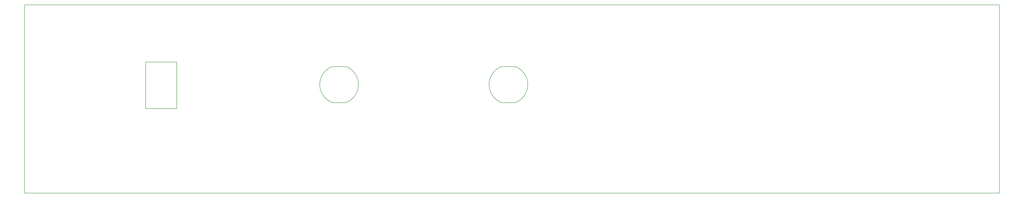
<source format=gbr>
%TF.GenerationSoftware,KiCad,Pcbnew,(5.1.10)-1*%
%TF.CreationDate,2022-05-26T11:10:37-06:00*%
%TF.ProjectId,Front_Panel,46726f6e-745f-4506-916e-656c2e6b6963,rev?*%
%TF.SameCoordinates,Original*%
%TF.FileFunction,Profile,NP*%
%FSLAX46Y46*%
G04 Gerber Fmt 4.6, Leading zero omitted, Abs format (unit mm)*
G04 Created by KiCad (PCBNEW (5.1.10)-1) date 2022-05-26 11:10:37*
%MOMM*%
%LPD*%
G01*
G04 APERTURE LIST*
%TA.AperFunction,Profile*%
%ADD10C,0.200000*%
%TD*%
G04 APERTURE END LIST*
D10*
X197216264Y37499946D02*
G75*
G02*
X197216263Y52500054I2783736J7500054D01*
G01*
X202783738Y52500055D02*
G75*
G02*
X202783736Y37499945I-2783738J-7500055D01*
G01*
X127216264Y37499946D02*
G75*
G02*
X127216263Y52500054I2783736J7500054D01*
G01*
X132783738Y52500055D02*
G75*
G02*
X132783736Y37499945I-2783738J-7500055D01*
G01*
X202783736Y52500054D02*
X197216263Y52500054D01*
X197216263Y37499945D02*
X202783736Y37499945D01*
X127216263Y37499945D02*
X132783736Y37499945D01*
X132783736Y52500054D02*
X127216263Y52500054D01*
X0Y78000000D02*
X0Y0D01*
X0Y0D02*
X403000000Y0D01*
X403000000Y0D02*
X403000000Y78000000D01*
X403000000Y78000000D02*
X0Y78000000D01*
X50000000Y35000000D02*
X62900000Y35000000D01*
X50000000Y54330000D02*
X50000000Y35000000D01*
X62900000Y54330000D02*
X50000000Y54330000D01*
X62900000Y35000000D02*
X62900000Y54330000D01*
M02*

</source>
